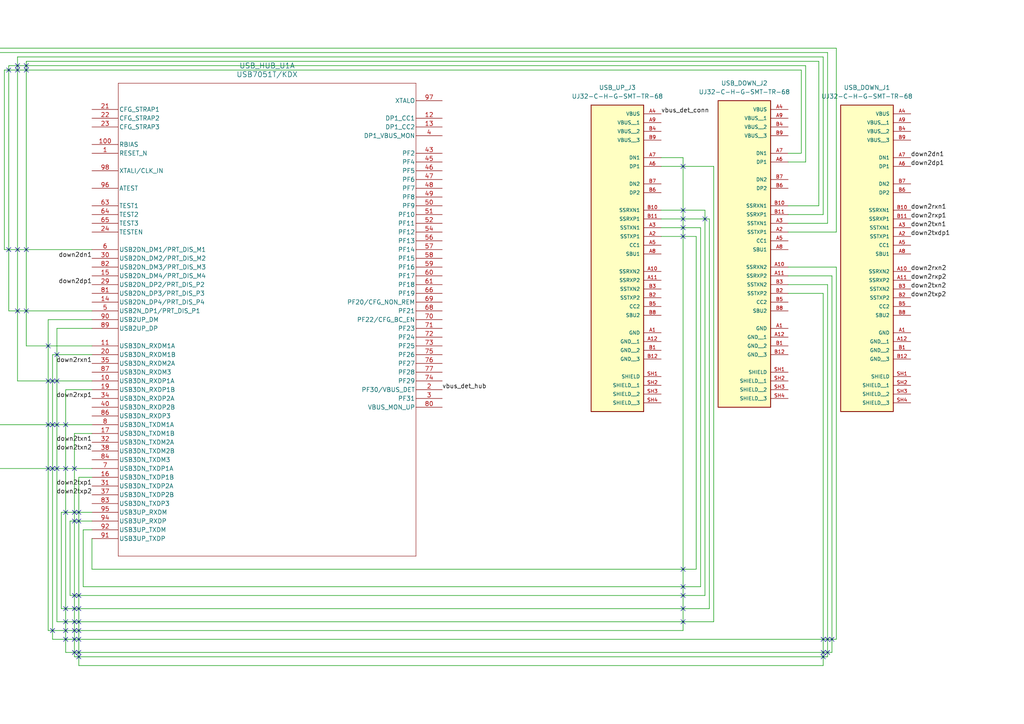
<source format=kicad_sch>
(kicad_sch (version 20231120) (generator "eeschema") (generator_version "8.0")
  (paper "A4")
  (lib_symbols
    (symbol "Device:R" (pin_numbers hide) (pin_names (offset 0))
      (property "Reference" "R" (at 2.032 0 90))
      (property "Value" "R" (at 0 0 90))
      (symbol "R_0_1"
        (rectangle (start -1.016 -2.54) (end 1.016 2.54) (stroke (width 0.254)))
      )
      (symbol "R_1_1"
        (pin passive line (at 0 3.81 270) (length 1.27) (name "~") (number "1"))
        (pin passive line (at 0 -3.81 90) (length 1.27) (name "~") (number "2"))
      )
    )
    (symbol "usb7051:USB7051T_KDX" (pin_names (offset 0.254))
      (property "Reference" "U" (at 50.8 12.7 0))
      (property "Value" "USB7051T/KDX" (at 50.8 10.16 0))
      (symbol "USB7051T_KDX_1_1"
        (polyline (pts (xy 7.62 -129.54) (xy 93.98 -129.54)) (stroke (width 0.127)))
        (polyline (pts (xy 7.62 7.62) (xy 7.62 -129.54)) (stroke (width 0.127)))
        (polyline (pts (xy 93.98 -129.54) (xy 93.98 7.62)) (stroke (width 0.127)))
        (polyline (pts (xy 93.98 7.62) (xy 7.62 7.62)) (stroke (width 0.127)))
        (pin input line (at 0 -12.7 0) (length 7.62) (name "RESET_N") (number "1"))
        (pin bidirectional line (at 0 -78.74 0) (length 7.62) (name "USB3DN_RXDP1A") (number "10"))
        (pin input line (at 0 -10.16 0) (length 7.62) (name "RBIAS") (number "100"))
        (pin bidirectional line (at 0 -68.58 0) (length 7.62) (name "USB3DN_RXDM1A") (number "11"))
        (pin bidirectional line (at 101.6 -2.54 180) (length 7.62) (name "DP1_CC1") (number "12"))
        (pin bidirectional line (at 101.6 -5.08 180) (length 7.62) (name "DP1_CC2") (number "13"))
        (pin bidirectional line (at 0 -55.88 0) (length 7.62) (name "USB2DN_DP4/PRT_DIS_P4") (number "14"))
        (pin bidirectional line (at 0 -48.26 0) (length 7.62) (name "USB2DN_DM4/PRT_DIS_M4") (number "15"))
        (pin bidirectional line (at 0 -106.68 0) (length 7.62) (name "USB3DN_TXDP1B") (number "16"))
        (pin bidirectional line (at 0 -93.98 0) (length 7.62) (name "USB3DN_TXDM1B") (number "17"))
        (pin bidirectional line (at 0 -81.28 0) (length 7.62) (name "USB3DN_RXDP1B") (number "19"))
        (pin bidirectional line (at 101.6 -81.28 180) (length 7.62) (name "PF30/VBUS_DET") (number "2"))
        (pin bidirectional line (at 0 -71.12 0) (length 7.62) (name "USB3DN_RXDM1B") (number "20"))
        (pin input line (at 0 0 0) (length 7.62) (name "CFG_STRAP1") (number "21"))
        (pin input line (at 0 -2.54 0) (length 7.62) (name "CFG_STRAP2") (number "22"))
        (pin input line (at 0 -5.08 0) (length 7.62) (name "CFG_STRAP3") (number "23"))
        (pin bidirectional line (at 0 -35.56 0) (length 7.62) (name "TESTEN") (number "24"))
        (pin bidirectional line (at 0 -50.8 0) (length 7.62) (name "USB2DN_DP2/PRT_DIS_P2") (number "29"))
        (pin bidirectional line (at 101.6 -83.82 180) (length 7.62) (name "PF31") (number "3"))
        (pin bidirectional line (at 0 -43.18 0) (length 7.62) (name "USB2DN_DM2/PRT_DIS_M2") (number "30"))
        (pin bidirectional line (at 0 -109.22 0) (length 7.62) (name "USB3DN_TXDP2A") (number "31"))
        (pin bidirectional line (at 0 -96.52 0) (length 7.62) (name "USB3DN_TXDM2A") (number "32"))
        (pin bidirectional line (at 0 -83.82 0) (length 7.62) (name "USB3DN_RXDP2A") (number "34"))
        (pin bidirectional line (at 0 -73.66 0) (length 7.62) (name "USB3DN_RXDM2A") (number "35"))
        (pin bidirectional line (at 0 -111.76 0) (length 7.62) (name "USB3DN_TXDP2B") (number "37"))
        (pin bidirectional line (at 0 -99.06 0) (length 7.62) (name "USB3DN_TXDM2B") (number "38"))
        (pin bidirectional line (at 101.6 -7.62 180) (length 7.62) (name "DP1_VBUS_MON") (number "4"))
        (pin bidirectional line (at 0 -86.36 0) (length 7.62) (name "USB3DN_RXDP2B") (number "40"))
        (pin bidirectional line (at 101.6 -12.7 180) (length 7.62) (name "PF2") (number "43"))
        (pin bidirectional line (at 101.6 -15.24 180) (length 7.62) (name "PF4") (number "45"))
        (pin bidirectional line (at 101.6 -17.78 180) (length 7.62) (name "PF5") (number "46"))
        (pin bidirectional line (at 101.6 -20.32 180) (length 7.62) (name "PF6") (number "47"))
        (pin bidirectional line (at 101.6 -22.86 180) (length 7.62) (name "PF7") (number "48"))
        (pin bidirectional line (at 101.6 -25.4 180) (length 7.62) (name "PF8") (number "49"))
        (pin bidirectional line (at 0 -58.42 0) (length 7.62) (name "USB2N_DP1/PRT_DIS_P1") (number "5"))
        (pin bidirectional line (at 101.6 -27.94 180) (length 7.62) (name "PF9") (number "50"))
        (pin bidirectional line (at 101.6 -30.48 180) (length 7.62) (name "PF10") (number "51"))
        (pin bidirectional line (at 101.6 -33.02 180) (length 7.62) (name "PF11") (number "52"))
        (pin bidirectional line (at 101.6 -35.56 180) (length 7.62) (name "PF12") (number "54"))
        (pin bidirectional line (at 101.6 -38.1 180) (length 7.62) (name "PF13") (number "56"))
        (pin bidirectional line (at 101.6 -40.64 180) (length 7.62) (name "PF14") (number "57"))
        (pin bidirectional line (at 101.6 -43.18 180) (length 7.62) (name "PF15") (number "58"))
        (pin bidirectional line (at 101.6 -45.72 180) (length 7.62) (name "PF16") (number "59"))
        (pin bidirectional line (at 0 -40.64 0) (length 7.62) (name "USB2DN_DM1/PRT_DIS_M1") (number "6"))
        (pin bidirectional line (at 101.6 -48.26 180) (length 7.62) (name "PF17") (number "60"))
        (pin bidirectional line (at 101.6 -50.8 180) (length 7.62) (name "PF18") (number "61"))
        (pin unspecified line (at 0 -27.94 0) (length 7.62) (name "TEST1") (number "63"))
        (pin unspecified line (at 0 -30.48 0) (length 7.62) (name "TEST2") (number "64"))
        (pin unspecified line (at 0 -33.02 0) (length 7.62) (name "TEST3") (number "65"))
        (pin bidirectional line (at 101.6 -53.34 180) (length 7.62) (name "PF19") (number "66"))
        (pin bidirectional line (at 101.6 -58.42 180) (length 7.62) (name "PF21") (number "68"))
        (pin bidirectional line (at 101.6 -55.88 180) (length 7.62) (name "PF20/CFG_NON_REM") (number "69"))
        (pin bidirectional line (at 0 -104.14 0) (length 7.62) (name "USB3DN_TXDP1A") (number "7"))
        (pin bidirectional line (at 101.6 -60.96 180) (length 7.62) (name "PF22/CFG_BC_EN") (number "70"))
        (pin bidirectional line (at 101.6 -63.5 180) (length 7.62) (name "PF23") (number "71"))
        (pin bidirectional line (at 101.6 -66.04 180) (length 7.62) (name "PF24") (number "72"))
        (pin bidirectional line (at 101.6 -68.58 180) (length 7.62) (name "PF25") (number "73"))
        (pin bidirectional line (at 101.6 -78.74 180) (length 7.62) (name "PF29") (number "74"))
        (pin bidirectional line (at 101.6 -71.12 180) (length 7.62) (name "PF26") (number "75"))
        (pin bidirectional line (at 101.6 -73.66 180) (length 7.62) (name "PF27") (number "76"))
        (pin bidirectional line (at 101.6 -76.2 180) (length 7.62) (name "PF28") (number "77"))
        (pin bidirectional line (at 0 -91.44 0) (length 7.62) (name "USB3DN_TXDM1A") (number "8"))
        (pin bidirectional line (at 101.6 -86.36 180) (length 7.62) (name "VBUS_MON_UP") (number "80"))
        (pin bidirectional line (at 0 -53.34 0) (length 7.62) (name "USB2DN_DP3/PRT_DIS_P3") (number "81"))
        (pin bidirectional line (at 0 -45.72 0) (length 7.62) (name "USB2DN_DM3/PRT_DIS_M3") (number "82"))
        (pin bidirectional line (at 0 -114.3 0) (length 7.62) (name "USB3DN_TXDP3") (number "83"))
        (pin bidirectional line (at 0 -101.6 0) (length 7.62) (name "USB3DN_TXDM3") (number "84"))
        (pin bidirectional line (at 0 -88.9 0) (length 7.62) (name "USB3DN_RXDP3") (number "86"))
        (pin bidirectional line (at 0 -76.2 0) (length 7.62) (name "USB3DN_RXDM3") (number "87"))
        (pin bidirectional line (at 0 -63.5 0) (length 7.62) (name "USB2UP_DP") (number "89"))
        (pin bidirectional line (at 0 -60.96 0) (length 7.62) (name "USB2UP_DM") (number "90"))
        (pin bidirectional line (at 0 -124.46 0) (length 7.62) (name "USB3UP_TXDP") (number "91"))
        (pin bidirectional line (at 0 -121.92 0) (length 7.62) (name "USB3UP_TXDM") (number "92"))
        (pin bidirectional line (at 0 -119.38 0) (length 7.62) (name "USB3UP_RXDP") (number "94"))
        (pin bidirectional line (at 0 -116.84 0) (length 7.62) (name "USB3UP_RXDM") (number "95"))
        (pin unspecified line (at 0 -22.86 0) (length 7.62) (name "ATEST") (number "96"))
        (pin output line (at 101.6 2.54 180) (length 7.62) (name "XTALO") (number "97"))
        (pin input line (at 0 -17.78 0) (length 7.62) (name "XTALI/CLK_IN") (number "98"))
      )
      (symbol "USB7051T_KDX_2_1"
        (polyline (pts (xy 7.62 -68.58) (xy 43.18 -68.58)) (stroke (width 0.127)))
        (polyline (pts (xy 7.62 7.62) (xy 7.62 -68.58)) (stroke (width 0.127)))
        (polyline (pts (xy 43.18 -68.58) (xy 43.18 7.62)) (stroke (width 0.127)))
        (polyline (pts (xy 43.18 7.62) (xy 7.62 7.62)) (stroke (width 0.127)))
        (pin power_out line (at 0 -63.5 0) (length 7.62) (name "VSS") (number "101"))
        (pin power_in line (at 0 -22.86 0) (length 7.62) (name "VDD12") (number "18"))
        (pin power_in line (at 0 -25.4 0) (length 7.62) (name "VDD12") (number "25"))
        (pin power_in line (at 0 -43.18 0) (length 7.62) (name "VDD33") (number "26"))
        (pin no_connect line (at 0 0 0) (length 7.62) (name "NC") (number "27"))
        (pin no_connect line (at 0 -2.54 0) (length 7.62) (name "NC") (number "28"))
        (pin power_in line (at 0 -27.94 0) (length 7.62) (name "VDD12") (number "33"))
        (pin no_connect line (at 0 -5.08 0) (length 7.62) (name "NC") (number "36"))
        (pin bidirectional line (at 0 -30.48 0) (length 7.62) (name "VDD12") (number "39"))
        (pin power_in line (at 0 -15.24 0) (length 7.62) (name "USB3DN_RXDM2B") (number "41"))
        (pin bidirectional line (at 0 -45.72 0) (length 7.62) (name "VDD33") (number "42"))
        (pin power_in line (at 0 -10.16 0) (length 7.62) (name "PF3") (number "44"))
        (pin power_in line (at 0 -48.26 0) (length 7.62) (name "VDD33") (number "53"))
        (pin power_in line (at 0 -33.02 0) (length 7.62) (name "VDD12") (number "55"))
        (pin power_in line (at 0 -50.8 0) (length 7.62) (name "VDD33") (number "62"))
        (pin power_in line (at 0 -53.34 0) (length 7.62) (name "VDD33") (number "67"))
        (pin power_in line (at 0 -35.56 0) (length 7.62) (name "VDD12") (number "78"))
        (pin power_in line (at 0 -55.88 0) (length 7.62) (name "VDD33") (number "79"))
        (pin power_in line (at 0 -38.1 0) (length 7.62) (name "VDD12") (number "85"))
        (pin power_in line (at 0 -58.42 0) (length 7.62) (name "VDD33") (number "88"))
        (pin power_in line (at 0 -20.32 0) (length 7.62) (name "VDD12") (number "9"))
        (pin power_in line (at 0 -40.64 0) (length 7.62) (name "VDD12") (number "93"))
        (pin power_in line (at 0 -60.96 0) (length 7.62) (name "VDD33") (number "99"))
      )
    )
    (symbol "usbc:UJ32-C-H-G-SMT-TR-68" (pin_names (offset 1.016))
      (property "Reference" "J" (at -7.62 33.782 0))
      (property "Value" "UJ32-C-H-G-SMT-TR-68" (at -7.62 -56.642 0))
      (symbol "UJ32-C-H-G-SMT-TR-68_0_0"
        (rectangle (start -7.62 -55.88) (end 7.62 33.02) (stroke (width 0.254)) (fill (type background)))
        (pin power_in line (at 12.7 -33.02 180) (length 5.08) (name "GND") (number "A1"))
        (pin bidirectional line (at 12.7 -15.24 180) (length 5.08) (name "SSRXN2") (number "A10"))
        (pin bidirectional line (at 12.7 -17.78 180) (length 5.08) (name "SSRXP2") (number "A11"))
        (pin power_in line (at 12.7 -35.56 180) (length 5.08) (name "GND__1") (number "A12"))
        (pin bidirectional line (at 12.7 -5.08 180) (length 5.08) (name "SSTXP1") (number "A2"))
        (pin bidirectional line (at 12.7 -2.54 180) (length 5.08) (name "SSTXN1") (number "A3"))
        (pin power_in line (at 12.7 30.48 180) (length 5.08) (name "VBUS") (number "A4"))
        (pin bidirectional line (at 12.7 -7.62 180) (length 5.08) (name "CC1") (number "A5"))
        (pin bidirectional line (at 12.7 15.24 180) (length 5.08) (name "DP1") (number "A6"))
        (pin bidirectional line (at 12.7 17.78 180) (length 5.08) (name "DN1") (number "A7"))
        (pin bidirectional line (at 12.7 -10.16 180) (length 5.08) (name "SBU1") (number "A8"))
        (pin power_in line (at 12.7 27.94 180) (length 5.08) (name "VBUS__1") (number "A9"))
        (pin power_in line (at 12.7 -38.1 180) (length 5.08) (name "GND__2") (number "B1"))
        (pin bidirectional line (at 12.7 2.54 180) (length 5.08) (name "SSRXN1") (number "B10"))
        (pin bidirectional line (at 12.7 0 180) (length 5.08) (name "SSRXP1") (number "B11"))
        (pin power_in line (at 12.7 -40.64 180) (length 5.08) (name "GND__3") (number "B12"))
        (pin bidirectional line (at 12.7 -22.86 180) (length 5.08) (name "SSTXP2") (number "B2"))
        (pin bidirectional line (at 12.7 -20.32 180) (length 5.08) (name "SSTXN2") (number "B3"))
        (pin power_in line (at 12.7 25.4 180) (length 5.08) (name "VBUS__2") (number "B4"))
        (pin bidirectional line (at 12.7 -25.4 180) (length 5.08) (name "CC2") (number "B5"))
        (pin bidirectional line (at 12.7 7.62 180) (length 5.08) (name "DP2") (number "B6"))
        (pin bidirectional line (at 12.7 10.16 180) (length 5.08) (name "DN2") (number "B7"))
        (pin bidirectional line (at 12.7 -27.94 180) (length 5.08) (name "SBU2") (number "B8"))
        (pin power_in line (at 12.7 22.86 180) (length 5.08) (name "VBUS__3") (number "B9"))
        (pin passive line (at 12.7 -45.72 180) (length 5.08) (name "SHIELD") (number "SH1"))
        (pin passive line (at 12.7 -48.26 180) (length 5.08) (name "SHIELD__1") (number "SH2"))
        (pin passive line (at 12.7 -50.8 180) (length 5.08) (name "SHIELD__2") (number "SH3"))
        (pin passive line (at 12.7 -53.34 180) (length 5.08) (name "SHIELD__3") (number "SH4"))
      )
    )
  )
  (junction (at 264.16 -39.37))
  (no_connect (at 13.97 100.33))
  (no_connect (at 241.3 185.42))
  (no_connect (at 16.51 123.19))
  (no_connect (at 198.12 172.72))
  (no_connect (at 22.86 189.23))
  (no_connect (at 15.24 182.88))
  (no_connect (at 19.05 148.59))
  (no_connect (at 19.05 176.53))
  (no_connect (at 5.08 72.39))
  (no_connect (at 13.97 135.89))
  (no_connect (at 19.05 182.88))
  (no_connect (at 22.86 176.53))
  (no_connect (at 19.05 123.19))
  (no_connect (at 15.24 123.19))
  (no_connect (at 21.59 148.59))
  (no_connect (at 238.76 185.42))
  (no_connect (at 22.86 148.59))
  (no_connect (at 2.54 72.39))
  (no_connect (at 21.59 185.42))
  (no_connect (at 198.12 176.53))
  (no_connect (at 198.12 66.04))
  (no_connect (at 21.59 180.34))
  (no_connect (at 21.59 151.13))
  (no_connect (at 15.24 135.89))
  (no_connect (at 21.59 176.53))
  (no_connect (at 5.08 90.17))
  (no_connect (at 2.54 20.32))
  (no_connect (at 13.97 110.49))
  (no_connect (at 22.86 151.13))
  (no_connect (at 22.86 185.42))
  (no_connect (at 240.03 185.42))
  (no_connect (at 198.12 63.5))
  (no_connect (at 7.62 90.17))
  (no_connect (at 204.47 63.5))
  (no_connect (at 22.86 180.34))
  (no_connect (at 13.97 123.19))
  (no_connect (at 238.76 189.23))
  (no_connect (at 22.86 172.72))
  (no_connect (at 22.86 182.88))
  (no_connect (at 15.24 110.49))
  (no_connect (at 5.08 19.05))
  (no_connect (at 21.59 182.88))
  (no_connect (at 238.76 190.5))
  (no_connect (at 240.03 189.23))
  (no_connect (at 21.59 135.89))
  (no_connect (at 7.62 72.39))
  (no_connect (at 16.51 135.89))
  (no_connect (at 16.51 110.49))
  (no_connect (at 198.12 48.26))
  (no_connect (at 19.05 180.34))
  (no_connect (at 22.86 190.5))
  (no_connect (at 198.12 60.96))
  (no_connect (at 16.51 102.87))
  (no_connect (at 21.59 172.72))
  (no_connect (at 5.08 20.32))
  (no_connect (at 19.05 185.42))
  (no_connect (at 19.05 135.89))
  (no_connect (at 7.62 20.32))
  (no_connect (at 198.12 170.18))
  (no_connect (at 7.62 19.05))
  (no_connect (at 21.59 189.23))
  (no_connect (at 198.12 68.58))
  (no_connect (at 198.12 180.34))
  (no_connect (at 198.12 165.1))
  (wire (pts (xy 242.57 67.31) (xy 242.57 13.97)))
  (wire (pts (xy 191.77 48.26) (xy 207.01 48.26)))
  (wire (pts (xy 240.03 64.77) (xy 240.03 15.24)))
  (wire (pts (xy 228.6 85.09) (xy 238.76 85.09)))
  (wire (pts (xy 228.6 77.47) (xy 242.57 77.47)))
  (wire (pts (xy 228.6 59.69) (xy 237.49 59.69)))
  (wire (pts (xy 191.77 45.72) (xy 198.12 45.72)))
  (wire (pts (xy 228.6 44.45) (xy 232.41 44.45)))
  (wire (pts (xy 238.76 85.09) (xy 238.76 193.04)))
  (wire (pts (xy 238.76 193.04) (xy 22.86 193.04)))
  (wire (pts (xy 232.41 44.45) (xy 232.41 20.32)))
  (wire (pts (xy 5.08 16.51) (xy 5.08 110.49)))
  (wire (pts (xy 191.77 68.58) (xy 201.93 68.58)))
  (wire (pts (xy 205.74 176.53) (xy 17.78 176.53)))
  (wire (pts (xy 241.3 189.23) (xy 19.05 189.23)))
  (wire (pts (xy 238.76 62.23) (xy 238.76 16.51)))
  (wire (pts (xy 228.6 82.55) (xy 240.03 82.55)))
  (wire (pts (xy 191.77 66.04) (xy 203.2 66.04)))
  (wire (pts (xy 203.2 66.04) (xy 203.2 170.18)))
  (wire (pts (xy 15.24 102.87) (xy 26.67 102.87)))
  (wire (pts (xy 19.05 189.23) (xy 19.05 113.03)))
  (wire (pts (xy 203.2 170.18) (xy 24.13 170.18)))
  (wire (pts (xy 240.03 82.55) (xy 240.03 190.5)))
  (wire (pts (xy 13.97 182.88) (xy 13.97 92.71)))
  (wire (pts (xy 20.32 151.13) (xy 20.32 172.72)))
  (wire (pts (xy 266.7 -39.37) (xy 264.16 -39.37)))
  (wire (pts (xy 240.03 190.5) (xy 21.59 190.5)))
  (wire (pts (xy 26.67 151.13) (xy 20.32 151.13)))
  (wire (pts (xy 228.6 80.01) (xy 241.3 80.01)))
  (wire (pts (xy 201.93 68.58) (xy 201.93 165.1)))
  (wire (pts (xy 241.3 80.01) (xy 241.3 189.23)))
  (wire (pts (xy 205.74 63.5) (xy 205.74 176.53)))
  (wire (pts (xy -1.27 123.19) (xy 26.67 123.19)))
  (wire (pts (xy 21.59 190.5) (xy 21.59 125.73)))
  (wire (pts (xy 5.08 110.49) (xy 26.67 110.49)))
  (wire (pts (xy 22.86 193.04) (xy 22.86 138.43)))
  (wire (pts (xy 24.13 170.18) (xy 24.13 153.67)))
  (wire (pts (xy 191.77 63.5) (xy 205.74 63.5)))
  (wire (pts (xy 198.12 182.88) (xy 13.97 182.88)))
  (wire (pts (xy 240.03 15.24) (xy -1.27 15.24)))
  (wire (pts (xy 264.16 -43.18) (xy 264.16 -39.37)))
  (wire (pts (xy 207.01 48.26) (xy 207.01 180.34)))
  (wire (pts (xy 233.68 19.05) (xy 2.54 19.05)))
  (wire (pts (xy -2.54 13.97) (xy 242.57 13.97)))
  (wire (pts (xy 204.47 172.72) (xy 204.47 60.96)))
  (wire (pts (xy 21.59 125.73) (xy 26.67 125.73)))
  (wire (pts (xy 26.67 165.1) (xy 26.67 156.21)))
  (wire (pts (xy 228.6 67.31) (xy 242.57 67.31)))
  (wire (pts (xy 16.51 95.25) (xy 26.67 95.25)))
  (wire (pts (xy 201.93 165.1) (xy 26.67 165.1)))
  (wire (pts (xy 198.12 45.72) (xy 198.12 182.88)))
  (wire (pts (xy 19.05 113.03) (xy 26.67 113.03)))
  (wire (pts (xy 13.97 92.71) (xy 26.67 92.71)))
  (wire (pts (xy 228.6 64.77) (xy 240.03 64.77)))
  (wire (pts (xy 233.68 46.99) (xy 233.68 19.05)))
  (wire (pts (xy 207.01 180.34) (xy 16.51 180.34)))
  (wire (pts (xy 228.6 62.23) (xy 238.76 62.23)))
  (wire (pts (xy 204.47 60.96) (xy 191.77 60.96)))
  (wire (pts (xy 7.62 17.78) (xy 7.62 100.33)))
  (wire (pts (xy -2.54 13.97) (xy -2.54 135.89)))
  (wire (pts (xy 237.49 17.78) (xy 7.62 17.78)))
  (wire (pts (xy 237.49 59.69) (xy 237.49 17.78)))
  (wire (pts (xy -1.27 15.24) (xy -1.27 123.19)))
  (wire (pts (xy 2.54 19.05) (xy 2.54 90.17)))
  (wire (pts (xy 15.24 185.42) (xy 15.24 102.87)))
  (wire (pts (xy 232.41 20.32) (xy 1.27 20.32)))
  (wire (pts (xy 1.27 20.32) (xy 1.27 72.39)))
  (wire (pts (xy 242.57 77.47) (xy 242.57 185.42)))
  (wire (pts (xy 1.27 72.39) (xy 26.67 72.39)))
  (wire (pts (xy 17.78 148.59) (xy 26.67 148.59)))
  (wire (pts (xy 264.16 -39.37) (xy 264.16 -36.83)))
  (wire (pts (xy -2.54 135.89) (xy 26.67 135.89)))
  (wire (pts (xy 16.51 180.34) (xy 16.51 95.25)))
  (wire (pts (xy 2.54 90.17) (xy 26.67 90.17)))
  (wire (pts (xy 15.24 185.42) (xy 242.57 185.42)))
  (wire (pts (xy 228.6 46.99) (xy 233.68 46.99)))
  (wire (pts (xy 22.86 138.43) (xy 26.67 138.43)))
  (wire (pts (xy 17.78 176.53) (xy 17.78 148.59)))
  (wire (pts (xy 238.76 16.51) (xy 5.08 16.51)))
  (wire (pts (xy 20.32 172.72) (xy 204.47 172.72)))
  (wire (pts (xy 264.16 -54.61) (xy 267.97 -54.61)))
  (wire (pts (xy 24.13 153.67) (xy 26.67 153.67)))
  (wire (pts (xy 7.62 100.33) (xy 26.67 100.33)))
  (text "vbus 50k/100k 5v->3.3v divider\n" (at 266.192 -67.564 0) (effects (font (size 1.27 1.27))))
  (label "down2rxn2" (at 264.16 78.74 0))
  (label "down2rxn1" (at 264.16 60.96 0))
  (label "down2dp1" (at 264.16 48.26 0))
  (label "down2txn2" (at 264.16 83.82 0))
  (label "down2txn2" (at 26.67 130.81 180))
  (label "vbus_det_conn" (at 264.16 -50.8 0))
  (label "vbus_det_hub" (at 264.16 -36.83 0))
  (label "down2txn1" (at 26.67 128.27 180))
  (label "vbus_det_conn" (at 266.7 -39.37 0))
  (label "down2txp2" (at 26.67 143.51 180))
  (label "down2txn1" (at 264.16 66.04 0))
  (label "vbus_det_conn" (at 264.16 -62.23 0))
  (label "vbus_det_hub" (at 128.27 113.03 0))
  (label "down2rxn1" (at 26.67 105.41 180))
  (label "down2dn1" (at 26.67 74.93 180))
  (label "down2txdp1" (at 264.16 68.58 0))
  (label "down2rxp1" (at 26.67 115.57 180))
  (label "down2rxp1" (at 264.16 63.5 0))
  (label "vbus_det_hub" (at 267.97 -54.61 0))
  (label "down2rxp2" (at 129.54 -66.04 180))
  (label "down2dn1" (at 264.16 45.72 0))
  (label "down2txp1" (at 26.67 140.97 180))
  (label "vbus_det_conn" (at 191.77 33.02 0))
  (label "down2txp2" (at 264.16 86.36 0))
  (label "down2dp1" (at 26.67 82.55 180))
  (label "down2rxp2" (at 264.16 81.28 0))
  (symbol (lib_id "usbc:UJ32-C-H-G-SMT-TR-68") (at 179.07 63.5 0) (unit 1)
    (property "Reference" "USB_UP_J3" (at 179.07 25.4 0))
    (property "Value" "UJ32-C-H-G-SMT-TR-68" (at 179.07 27.94 0))
    (property "Footprint" "usbcthing:CUI_UJ32-C-H-G-SMT-TR-68" (effects (hide yes)))
    (property "PARTREV" "1.01" (effects (hide yes)))
    (property "STANDARD" "Manufacturer Recommendations" (effects (hide yes)))
    (property "SNAPEDA_PN" "UJ32-C-H-G-SMT-TR-68" (effects (hide yes)))
    (property "MAXIMUM_PACKAGE_HEIGHT" "3.66mm" (effects (hide yes)))
    (property "MANUFACTURER" "CUI Devices" (effects (hide yes)))
  )
  (symbol (lib_id "usb7051:USB7051T_KDX") (at 129.54 -81.28 0) (unit 2)
    (property "Reference" "USB_HUB_U1" (at 173.99 -52.07 0) (effects (font (size 1.524 1.524)) (justify left)))
    (property "Value" "USB7051T/KDX" (at 173.99 -49.53 0) (effects (font (size 1.524 1.524)) (justify left)))
    (property "Footprint" "usb7051t:VQFN100_KDX_MCH" (effects (hide yes)))
    (property "Datasheet" "USB7051T/KDX" (effects (hide yes)))
  )
  (symbol (lib_id "usbc:UJ32-C-H-G-SMT-TR-68") (at 251.46 63.5 0) (unit 1)
    (property "Reference" "USB_DOWN_J1" (at 251.46 25.4 0))
    (property "Value" "UJ32-C-H-G-SMT-TR-68" (at 251.46 27.94 0))
    (property "Footprint" "usbcthing:CUI_UJ32-C-H-G-SMT-TR-68" (effects (hide yes)))
    (property "PARTREV" "1.01" (effects (hide yes)))
    (property "STANDARD" "Manufacturer Recommendations" (effects (hide yes)))
    (property "SNAPEDA_PN" "UJ32-C-H-G-SMT-TR-68" (effects (hide yes)))
    (property "MAXIMUM_PACKAGE_HEIGHT" "3.66mm" (effects (hide yes)))
    (property "MANUFACTURER" "CUI Devices" (effects (hide yes)))
  )
  (symbol (lib_id "Device:R") (at 264.16 -58.42 0) (unit 1)
    (property "Reference" "R1" (at 266.7 -59.6901 0) (effects (justify left)))
    (property "Value" "50k" (at 266.7 -57.1501 0) (effects (justify left)))
    (property "Description" "Resistor" (effects (hide yes)))
  )
  (symbol (lib_id "usb7051:USB7051T_KDX") (at 26.67 31.75 0) (unit 1)
    (property "Reference" "USB_HUB_U1" (at 77.47 19.05 0) (effects (font (size 1.524 1.524))))
    (property "Value" "USB7051T/KDX" (at 77.47 21.59 0) (effects (font (size 1.524 1.524))))
    (property "Footprint" "usb7051t:VQFN100_KDX_MCH" (effects (hide yes)))
    (property "Datasheet" "USB7051T/KDX" (effects (hide yes)))
  )
  (symbol (lib_id "usbc:UJ32-C-H-G-SMT-TR-68") (at 215.9 62.23 0) (unit 1)
    (property "Reference" "USB_DOWN_J2" (at 215.9 24.13 0))
    (property "Value" "UJ32-C-H-G-SMT-TR-68" (at 215.9 26.67 0))
    (property "Footprint" "usbcthing:CUI_UJ32-C-H-G-SMT-TR-68" (effects (hide yes)))
    (property "PARTREV" "1.01" (effects (hide yes)))
    (property "STANDARD" "Manufacturer Recommendations" (effects (hide yes)))
    (property "SNAPEDA_PN" "UJ32-C-H-G-SMT-TR-68" (effects (hide yes)))
    (property "MAXIMUM_PACKAGE_HEIGHT" "3.66mm" (effects (hide yes)))
    (property "MANUFACTURER" "CUI Devices" (effects (hide yes)))
  )
  (symbol (lib_id "Device:R") (at 264.16 -46.99 0) (unit 1)
    (property "Reference" "R2" (at 266.7 -48.2601 0) (effects (justify left)))
    (property "Value" "100k" (at 266.7 -45.7201 0) (effects (justify left)))
    (property "Description" "Resistor" (effects (hide yes)))
  )
)
</source>
